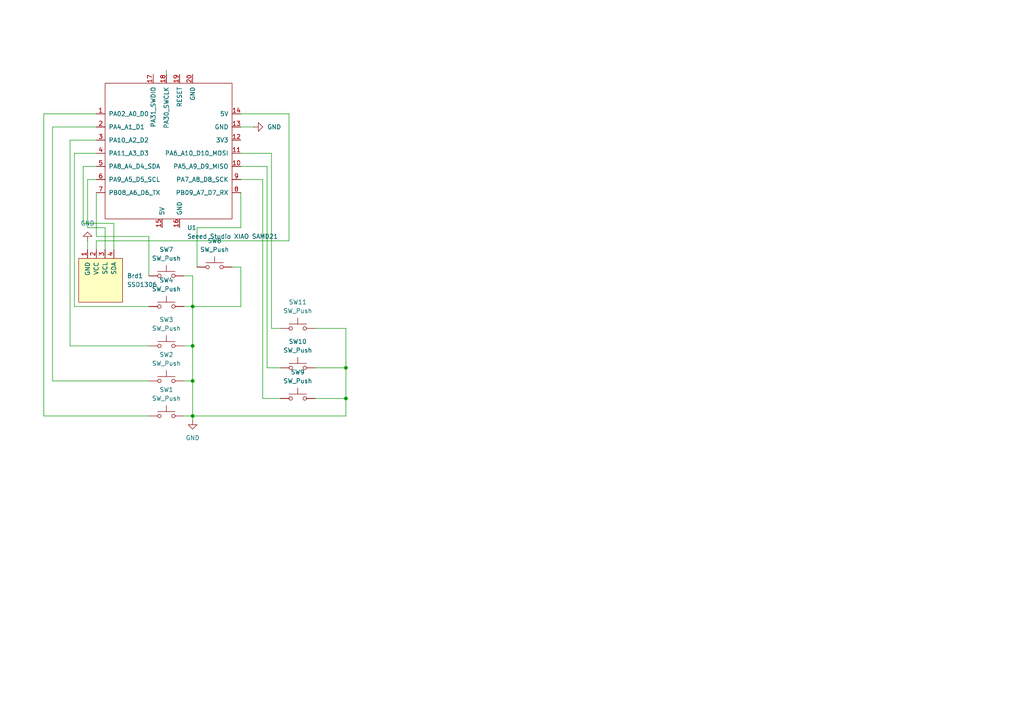
<source format=kicad_sch>
(kicad_sch
	(version 20231120)
	(generator "eeschema")
	(generator_version "8.0")
	(uuid "25958949-6f61-4612-bb5e-76b02f1049ef")
	(paper "A4")
	(lib_symbols
		(symbol "SSD1306-128x64_OLED:SSD1306"
			(pin_names
				(offset 1.016)
			)
			(exclude_from_sim no)
			(in_bom yes)
			(on_board yes)
			(property "Reference" "Brd"
				(at 0 -3.81 0)
				(effects
					(font
						(size 1.27 1.27)
					)
				)
			)
			(property "Value" "SSD1306"
				(at 0 -1.27 0)
				(effects
					(font
						(size 1.27 1.27)
					)
				)
			)
			(property "Footprint" ""
				(at 0 6.35 0)
				(effects
					(font
						(size 1.27 1.27)
					)
					(hide yes)
				)
			)
			(property "Datasheet" ""
				(at 0 6.35 0)
				(effects
					(font
						(size 1.27 1.27)
					)
					(hide yes)
				)
			)
			(property "Description" "SSD1306 OLED"
				(at 0 0 0)
				(effects
					(font
						(size 1.27 1.27)
					)
					(hide yes)
				)
			)
			(property "ki_keywords" "SSD1306"
				(at 0 0 0)
				(effects
					(font
						(size 1.27 1.27)
					)
					(hide yes)
				)
			)
			(property "ki_fp_filters" "SSD1306-128x64_OLED:SSD1306"
				(at 0 0 0)
				(effects
					(font
						(size 1.27 1.27)
					)
					(hide yes)
				)
			)
			(symbol "SSD1306_0_1"
				(rectangle
					(start -6.35 6.35)
					(end 6.35 -6.35)
					(stroke
						(width 0)
						(type solid)
					)
					(fill
						(type background)
					)
				)
			)
			(symbol "SSD1306_1_1"
				(pin input line
					(at -3.81 8.89 270)
					(length 2.54)
					(name "GND"
						(effects
							(font
								(size 1.27 1.27)
							)
						)
					)
					(number "1"
						(effects
							(font
								(size 1.27 1.27)
							)
						)
					)
				)
				(pin input line
					(at -1.27 8.89 270)
					(length 2.54)
					(name "VCC"
						(effects
							(font
								(size 1.27 1.27)
							)
						)
					)
					(number "2"
						(effects
							(font
								(size 1.27 1.27)
							)
						)
					)
				)
				(pin input line
					(at 1.27 8.89 270)
					(length 2.54)
					(name "SCL"
						(effects
							(font
								(size 1.27 1.27)
							)
						)
					)
					(number "3"
						(effects
							(font
								(size 1.27 1.27)
							)
						)
					)
				)
				(pin input line
					(at 3.81 8.89 270)
					(length 2.54)
					(name "SDA"
						(effects
							(font
								(size 1.27 1.27)
							)
						)
					)
					(number "4"
						(effects
							(font
								(size 1.27 1.27)
							)
						)
					)
				)
			)
		)
		(symbol "Seeed_Studio_XIAO_Series:Seeed Studio XIAO SAMD21"
			(pin_names
				(offset 1.016)
			)
			(exclude_from_sim no)
			(in_bom yes)
			(on_board yes)
			(property "Reference" "U"
				(at -19.05 22.86 0)
				(effects
					(font
						(size 1.27 1.27)
					)
				)
			)
			(property "Value" "Seeed Studio XIAO SAMD21"
				(at -12.7 21.59 0)
				(effects
					(font
						(size 1.27 1.27)
					)
				)
			)
			(property "Footprint" ""
				(at -8.89 5.08 0)
				(effects
					(font
						(size 1.27 1.27)
					)
					(hide yes)
				)
			)
			(property "Datasheet" ""
				(at -8.89 5.08 0)
				(effects
					(font
						(size 1.27 1.27)
					)
					(hide yes)
				)
			)
			(property "Description" ""
				(at 0 0 0)
				(effects
					(font
						(size 1.27 1.27)
					)
					(hide yes)
				)
			)
			(symbol "Seeed Studio XIAO SAMD21_0_1"
				(rectangle
					(start -19.05 20.32)
					(end 17.78 -19.05)
					(stroke
						(width 0)
						(type default)
					)
					(fill
						(type none)
					)
				)
			)
			(symbol "Seeed Studio XIAO SAMD21_1_1"
				(pin unspecified line
					(at -21.59 11.43 0)
					(length 2.54)
					(name "PA02_A0_D0"
						(effects
							(font
								(size 1.27 1.27)
							)
						)
					)
					(number "1"
						(effects
							(font
								(size 1.27 1.27)
							)
						)
					)
				)
				(pin unspecified line
					(at 20.32 -3.81 180)
					(length 2.54)
					(name "PA5_A9_D9_MISO"
						(effects
							(font
								(size 1.27 1.27)
							)
						)
					)
					(number "10"
						(effects
							(font
								(size 1.27 1.27)
							)
						)
					)
				)
				(pin unspecified line
					(at 20.32 0 180)
					(length 2.54)
					(name "PA6_A10_D10_MOSI"
						(effects
							(font
								(size 1.27 1.27)
							)
						)
					)
					(number "11"
						(effects
							(font
								(size 1.27 1.27)
							)
						)
					)
				)
				(pin unspecified line
					(at 20.32 3.81 180)
					(length 2.54)
					(name "3V3"
						(effects
							(font
								(size 1.27 1.27)
							)
						)
					)
					(number "12"
						(effects
							(font
								(size 1.27 1.27)
							)
						)
					)
				)
				(pin unspecified line
					(at 20.32 7.62 180)
					(length 2.54)
					(name "GND"
						(effects
							(font
								(size 1.27 1.27)
							)
						)
					)
					(number "13"
						(effects
							(font
								(size 1.27 1.27)
							)
						)
					)
				)
				(pin unspecified line
					(at 20.32 11.43 180)
					(length 2.54)
					(name "5V"
						(effects
							(font
								(size 1.27 1.27)
							)
						)
					)
					(number "14"
						(effects
							(font
								(size 1.27 1.27)
							)
						)
					)
				)
				(pin input line
					(at -2.54 -21.59 90)
					(length 2.54)
					(name "5V"
						(effects
							(font
								(size 1.27 1.27)
							)
						)
					)
					(number "15"
						(effects
							(font
								(size 1.27 1.27)
							)
						)
					)
				)
				(pin input line
					(at 2.54 -21.59 90)
					(length 2.54)
					(name "GND"
						(effects
							(font
								(size 1.27 1.27)
							)
						)
					)
					(number "16"
						(effects
							(font
								(size 1.27 1.27)
							)
						)
					)
				)
				(pin input line
					(at -5.08 22.86 270)
					(length 2.54)
					(name "PA31_SWDIO"
						(effects
							(font
								(size 1.27 1.27)
							)
						)
					)
					(number "17"
						(effects
							(font
								(size 1.27 1.27)
							)
						)
					)
				)
				(pin input line
					(at -1.27 22.86 270)
					(length 2.54)
					(name "PA30_SWCLK"
						(effects
							(font
								(size 1.27 1.27)
							)
						)
					)
					(number "18"
						(effects
							(font
								(size 1.27 1.27)
							)
						)
					)
				)
				(pin input line
					(at 2.54 22.86 270)
					(length 2.54)
					(name "RESET"
						(effects
							(font
								(size 1.27 1.27)
							)
						)
					)
					(number "19"
						(effects
							(font
								(size 1.27 1.27)
							)
						)
					)
				)
				(pin unspecified line
					(at -21.59 7.62 0)
					(length 2.54)
					(name "PA4_A1_D1"
						(effects
							(font
								(size 1.27 1.27)
							)
						)
					)
					(number "2"
						(effects
							(font
								(size 1.27 1.27)
							)
						)
					)
				)
				(pin input line
					(at 6.35 22.86 270)
					(length 2.54)
					(name "GND"
						(effects
							(font
								(size 1.27 1.27)
							)
						)
					)
					(number "20"
						(effects
							(font
								(size 1.27 1.27)
							)
						)
					)
				)
				(pin unspecified line
					(at -21.59 3.81 0)
					(length 2.54)
					(name "PA10_A2_D2"
						(effects
							(font
								(size 1.27 1.27)
							)
						)
					)
					(number "3"
						(effects
							(font
								(size 1.27 1.27)
							)
						)
					)
				)
				(pin unspecified line
					(at -21.59 0 0)
					(length 2.54)
					(name "PA11_A3_D3"
						(effects
							(font
								(size 1.27 1.27)
							)
						)
					)
					(number "4"
						(effects
							(font
								(size 1.27 1.27)
							)
						)
					)
				)
				(pin unspecified line
					(at -21.59 -3.81 0)
					(length 2.54)
					(name "PA8_A4_D4_SDA"
						(effects
							(font
								(size 1.27 1.27)
							)
						)
					)
					(number "5"
						(effects
							(font
								(size 1.27 1.27)
							)
						)
					)
				)
				(pin unspecified line
					(at -21.59 -7.62 0)
					(length 2.54)
					(name "PA9_A5_D5_SCL"
						(effects
							(font
								(size 1.27 1.27)
							)
						)
					)
					(number "6"
						(effects
							(font
								(size 1.27 1.27)
							)
						)
					)
				)
				(pin unspecified line
					(at -21.59 -11.43 0)
					(length 2.54)
					(name "PB08_A6_D6_TX"
						(effects
							(font
								(size 1.27 1.27)
							)
						)
					)
					(number "7"
						(effects
							(font
								(size 1.27 1.27)
							)
						)
					)
				)
				(pin unspecified line
					(at 20.32 -11.43 180)
					(length 2.54)
					(name "PB09_A7_D7_RX"
						(effects
							(font
								(size 1.27 1.27)
							)
						)
					)
					(number "8"
						(effects
							(font
								(size 1.27 1.27)
							)
						)
					)
				)
				(pin unspecified line
					(at 20.32 -7.62 180)
					(length 2.54)
					(name "PA7_A8_D8_SCK"
						(effects
							(font
								(size 1.27 1.27)
							)
						)
					)
					(number "9"
						(effects
							(font
								(size 1.27 1.27)
							)
						)
					)
				)
			)
		)
		(symbol "Switch:SW_Push"
			(pin_numbers hide)
			(pin_names
				(offset 1.016) hide)
			(exclude_from_sim no)
			(in_bom yes)
			(on_board yes)
			(property "Reference" "SW"
				(at 1.27 2.54 0)
				(effects
					(font
						(size 1.27 1.27)
					)
					(justify left)
				)
			)
			(property "Value" "SW_Push"
				(at 0 -1.524 0)
				(effects
					(font
						(size 1.27 1.27)
					)
				)
			)
			(property "Footprint" ""
				(at 0 5.08 0)
				(effects
					(font
						(size 1.27 1.27)
					)
					(hide yes)
				)
			)
			(property "Datasheet" "~"
				(at 0 5.08 0)
				(effects
					(font
						(size 1.27 1.27)
					)
					(hide yes)
				)
			)
			(property "Description" "Push button switch, generic, two pins"
				(at 0 0 0)
				(effects
					(font
						(size 1.27 1.27)
					)
					(hide yes)
				)
			)
			(property "ki_keywords" "switch normally-open pushbutton push-button"
				(at 0 0 0)
				(effects
					(font
						(size 1.27 1.27)
					)
					(hide yes)
				)
			)
			(symbol "SW_Push_0_1"
				(circle
					(center -2.032 0)
					(radius 0.508)
					(stroke
						(width 0)
						(type default)
					)
					(fill
						(type none)
					)
				)
				(polyline
					(pts
						(xy 0 1.27) (xy 0 3.048)
					)
					(stroke
						(width 0)
						(type default)
					)
					(fill
						(type none)
					)
				)
				(polyline
					(pts
						(xy 2.54 1.27) (xy -2.54 1.27)
					)
					(stroke
						(width 0)
						(type default)
					)
					(fill
						(type none)
					)
				)
				(circle
					(center 2.032 0)
					(radius 0.508)
					(stroke
						(width 0)
						(type default)
					)
					(fill
						(type none)
					)
				)
				(pin passive line
					(at -5.08 0 0)
					(length 2.54)
					(name "1"
						(effects
							(font
								(size 1.27 1.27)
							)
						)
					)
					(number "1"
						(effects
							(font
								(size 1.27 1.27)
							)
						)
					)
				)
				(pin passive line
					(at 5.08 0 180)
					(length 2.54)
					(name "2"
						(effects
							(font
								(size 1.27 1.27)
							)
						)
					)
					(number "2"
						(effects
							(font
								(size 1.27 1.27)
							)
						)
					)
				)
			)
		)
		(symbol "power:GND"
			(power)
			(pin_numbers hide)
			(pin_names
				(offset 0) hide)
			(exclude_from_sim no)
			(in_bom yes)
			(on_board yes)
			(property "Reference" "#PWR"
				(at 0 -6.35 0)
				(effects
					(font
						(size 1.27 1.27)
					)
					(hide yes)
				)
			)
			(property "Value" "GND"
				(at 0 -3.81 0)
				(effects
					(font
						(size 1.27 1.27)
					)
				)
			)
			(property "Footprint" ""
				(at 0 0 0)
				(effects
					(font
						(size 1.27 1.27)
					)
					(hide yes)
				)
			)
			(property "Datasheet" ""
				(at 0 0 0)
				(effects
					(font
						(size 1.27 1.27)
					)
					(hide yes)
				)
			)
			(property "Description" "Power symbol creates a global label with name \"GND\" , ground"
				(at 0 0 0)
				(effects
					(font
						(size 1.27 1.27)
					)
					(hide yes)
				)
			)
			(property "ki_keywords" "global power"
				(at 0 0 0)
				(effects
					(font
						(size 1.27 1.27)
					)
					(hide yes)
				)
			)
			(symbol "GND_0_1"
				(polyline
					(pts
						(xy 0 0) (xy 0 -1.27) (xy 1.27 -1.27) (xy 0 -2.54) (xy -1.27 -1.27) (xy 0 -1.27)
					)
					(stroke
						(width 0)
						(type default)
					)
					(fill
						(type none)
					)
				)
			)
			(symbol "GND_1_1"
				(pin power_in line
					(at 0 0 270)
					(length 0)
					(name "~"
						(effects
							(font
								(size 1.27 1.27)
							)
						)
					)
					(number "1"
						(effects
							(font
								(size 1.27 1.27)
							)
						)
					)
				)
			)
		)
	)
	(junction
		(at 100.33 115.57)
		(diameter 0)
		(color 0 0 0 0)
		(uuid "09f7207e-3193-4992-bc15-67fd5589b93d")
	)
	(junction
		(at 55.88 110.49)
		(diameter 0)
		(color 0 0 0 0)
		(uuid "48f716c0-e06c-43bc-bcc1-194828e56b4f")
	)
	(junction
		(at 55.88 88.9)
		(diameter 0)
		(color 0 0 0 0)
		(uuid "4f110532-3154-4adb-a2ed-4badba44270b")
	)
	(junction
		(at 55.88 120.65)
		(diameter 0)
		(color 0 0 0 0)
		(uuid "7fd7cac7-b9f0-4d51-8723-28a5316fba2e")
	)
	(junction
		(at 100.33 106.68)
		(diameter 0)
		(color 0 0 0 0)
		(uuid "81977781-3786-4261-84d1-f67be52c7217")
	)
	(junction
		(at 55.88 100.33)
		(diameter 0)
		(color 0 0 0 0)
		(uuid "ddb1afe6-d342-436a-aa3f-5665e5c4a826")
	)
	(wire
		(pts
			(xy 69.85 66.04) (xy 69.85 55.88)
		)
		(stroke
			(width 0)
			(type default)
		)
		(uuid "014682df-3e3d-42e5-8f59-5a171019ed94")
	)
	(wire
		(pts
			(xy 55.88 110.49) (xy 55.88 120.65)
		)
		(stroke
			(width 0)
			(type default)
		)
		(uuid "03fa91bf-cdb9-4873-a0f7-e943ab7fbf8e")
	)
	(wire
		(pts
			(xy 27.94 68.58) (xy 27.94 55.88)
		)
		(stroke
			(width 0)
			(type default)
		)
		(uuid "09d2675c-5348-4378-8af5-ea3147d9820d")
	)
	(wire
		(pts
			(xy 43.18 100.33) (xy 20.32 100.33)
		)
		(stroke
			(width 0)
			(type default)
		)
		(uuid "0f36bb1b-589b-4796-aacf-334396339320")
	)
	(wire
		(pts
			(xy 77.47 106.68) (xy 77.47 48.26)
		)
		(stroke
			(width 0)
			(type default)
		)
		(uuid "10bf3995-f50d-47cf-ba04-662846c26862")
	)
	(wire
		(pts
			(xy 55.88 80.01) (xy 55.88 88.9)
		)
		(stroke
			(width 0)
			(type default)
		)
		(uuid "12e78413-182f-4880-8aa2-abd4cd4fedd9")
	)
	(wire
		(pts
			(xy 81.28 115.57) (xy 76.2 115.57)
		)
		(stroke
			(width 0)
			(type default)
		)
		(uuid "1aaabad1-0f1f-4539-9ecf-580d7d9a6f32")
	)
	(wire
		(pts
			(xy 83.82 69.85) (xy 83.82 33.02)
		)
		(stroke
			(width 0)
			(type default)
		)
		(uuid "1b6f5850-a5ca-43d7-8f1f-0e6d47011b97")
	)
	(wire
		(pts
			(xy 77.47 48.26) (xy 69.85 48.26)
		)
		(stroke
			(width 0)
			(type default)
		)
		(uuid "22c1c5e8-f21a-465a-95d9-651396581915")
	)
	(wire
		(pts
			(xy 53.34 88.9) (xy 55.88 88.9)
		)
		(stroke
			(width 0)
			(type default)
		)
		(uuid "24f7b106-8fa7-4110-b7d5-13fa25bcee8f")
	)
	(wire
		(pts
			(xy 43.18 80.01) (xy 43.18 68.58)
		)
		(stroke
			(width 0)
			(type default)
		)
		(uuid "269f6936-d7f1-4632-8dcb-f073363f441c")
	)
	(wire
		(pts
			(xy 43.18 120.65) (xy 12.7 120.65)
		)
		(stroke
			(width 0)
			(type default)
		)
		(uuid "313c27e5-149f-4953-9258-614dc8c82faf")
	)
	(wire
		(pts
			(xy 33.02 64.77) (xy 24.13 64.77)
		)
		(stroke
			(width 0)
			(type default)
		)
		(uuid "37ba3f67-d252-418c-b26a-72bf6e1f1296")
	)
	(wire
		(pts
			(xy 81.28 106.68) (xy 77.47 106.68)
		)
		(stroke
			(width 0)
			(type default)
		)
		(uuid "38820b58-d17c-4124-9386-dc91ea2b1961")
	)
	(wire
		(pts
			(xy 27.94 69.85) (xy 83.82 69.85)
		)
		(stroke
			(width 0)
			(type default)
		)
		(uuid "44be81cb-2fa9-4177-8288-cdd3eb278051")
	)
	(wire
		(pts
			(xy 55.88 88.9) (xy 55.88 100.33)
		)
		(stroke
			(width 0)
			(type default)
		)
		(uuid "488b6a5b-9c30-4cb5-98ca-5e3ca4da747d")
	)
	(wire
		(pts
			(xy 33.02 72.39) (xy 33.02 64.77)
		)
		(stroke
			(width 0)
			(type default)
		)
		(uuid "50c88c81-8316-4497-90b3-01df8bc1b14c")
	)
	(wire
		(pts
			(xy 57.15 77.47) (xy 57.15 66.04)
		)
		(stroke
			(width 0)
			(type default)
		)
		(uuid "5bb24f2f-0b03-414f-974c-762ae4774c61")
	)
	(wire
		(pts
			(xy 67.31 77.47) (xy 69.85 77.47)
		)
		(stroke
			(width 0)
			(type default)
		)
		(uuid "5f1a9178-539b-49fa-8e92-462ca15ffbbe")
	)
	(wire
		(pts
			(xy 21.59 88.9) (xy 21.59 44.45)
		)
		(stroke
			(width 0)
			(type default)
		)
		(uuid "6182ae93-b4ba-4d16-bfb1-8906640be074")
	)
	(wire
		(pts
			(xy 100.33 95.25) (xy 100.33 106.68)
		)
		(stroke
			(width 0)
			(type default)
		)
		(uuid "641bc1b3-40d5-4827-a9dd-146a435dc9dd")
	)
	(wire
		(pts
			(xy 53.34 120.65) (xy 55.88 120.65)
		)
		(stroke
			(width 0)
			(type default)
		)
		(uuid "645e469c-13d2-47a8-9d0c-906a78a0860b")
	)
	(wire
		(pts
			(xy 91.44 95.25) (xy 100.33 95.25)
		)
		(stroke
			(width 0)
			(type default)
		)
		(uuid "6a08dc2c-50a6-4c00-a753-608b63199434")
	)
	(wire
		(pts
			(xy 91.44 115.57) (xy 100.33 115.57)
		)
		(stroke
			(width 0)
			(type default)
		)
		(uuid "6a5eaffb-f8c2-4685-9bde-e0e108327253")
	)
	(wire
		(pts
			(xy 100.33 115.57) (xy 100.33 120.65)
		)
		(stroke
			(width 0)
			(type default)
		)
		(uuid "6ad4e046-756f-44e3-86a3-158cc4045f5d")
	)
	(wire
		(pts
			(xy 12.7 33.02) (xy 27.94 33.02)
		)
		(stroke
			(width 0)
			(type default)
		)
		(uuid "6b3200d3-bb65-42a3-997f-5cf04773c996")
	)
	(wire
		(pts
			(xy 27.94 72.39) (xy 27.94 69.85)
		)
		(stroke
			(width 0)
			(type default)
		)
		(uuid "6d23ee64-51e0-4747-aff2-d01c5c229aea")
	)
	(wire
		(pts
			(xy 48.26 20.32) (xy 48.26 21.59)
		)
		(stroke
			(width 0)
			(type default)
		)
		(uuid "6dc9f196-de24-447a-8792-5b3e37bd3581")
	)
	(wire
		(pts
			(xy 30.48 72.39) (xy 30.48 66.04)
		)
		(stroke
			(width 0)
			(type default)
		)
		(uuid "6ef0ebb1-44e1-4345-aceb-3acb3ad5c7bb")
	)
	(wire
		(pts
			(xy 25.4 66.04) (xy 25.4 52.07)
		)
		(stroke
			(width 0)
			(type default)
		)
		(uuid "700bb8b2-d85b-4451-8e61-10f0a092d08a")
	)
	(wire
		(pts
			(xy 25.4 52.07) (xy 27.94 52.07)
		)
		(stroke
			(width 0)
			(type default)
		)
		(uuid "71873c11-6876-49d9-a300-38494d4be3f1")
	)
	(wire
		(pts
			(xy 43.18 68.58) (xy 27.94 68.58)
		)
		(stroke
			(width 0)
			(type default)
		)
		(uuid "7c373e75-ea6e-4bbd-b4b2-c8ebdd2de893")
	)
	(wire
		(pts
			(xy 43.18 110.49) (xy 15.24 110.49)
		)
		(stroke
			(width 0)
			(type default)
		)
		(uuid "7c9a87b0-07d9-424b-a894-5cbd3051b6a3")
	)
	(wire
		(pts
			(xy 24.13 64.77) (xy 24.13 48.26)
		)
		(stroke
			(width 0)
			(type default)
		)
		(uuid "7ce2547c-0612-408c-b71d-2eace1d80b36")
	)
	(wire
		(pts
			(xy 100.33 120.65) (xy 55.88 120.65)
		)
		(stroke
			(width 0)
			(type default)
		)
		(uuid "88b28c45-604f-4269-b39d-44f8596e67b9")
	)
	(wire
		(pts
			(xy 69.85 52.07) (xy 76.2 52.07)
		)
		(stroke
			(width 0)
			(type default)
		)
		(uuid "8d66071b-dd4b-4785-accb-5aff8508dba8")
	)
	(wire
		(pts
			(xy 55.88 100.33) (xy 55.88 110.49)
		)
		(stroke
			(width 0)
			(type default)
		)
		(uuid "90636c27-f62d-4902-b321-46ca08cb71ed")
	)
	(wire
		(pts
			(xy 55.88 120.65) (xy 55.88 121.92)
		)
		(stroke
			(width 0)
			(type default)
		)
		(uuid "9519df75-e892-4479-96fb-89d66e7fcda9")
	)
	(wire
		(pts
			(xy 69.85 36.83) (xy 73.66 36.83)
		)
		(stroke
			(width 0)
			(type default)
		)
		(uuid "95b7c9d7-84b1-433a-9bb7-0efd48bcab2c")
	)
	(wire
		(pts
			(xy 69.85 77.47) (xy 69.85 88.9)
		)
		(stroke
			(width 0)
			(type default)
		)
		(uuid "989726b8-08a5-43f3-9a1b-8c5179955f33")
	)
	(wire
		(pts
			(xy 25.4 69.85) (xy 25.4 72.39)
		)
		(stroke
			(width 0)
			(type default)
		)
		(uuid "9fd64425-8cef-4ba1-948a-a21dd1914d92")
	)
	(wire
		(pts
			(xy 81.28 95.25) (xy 78.74 95.25)
		)
		(stroke
			(width 0)
			(type default)
		)
		(uuid "a2068f0d-dbf2-4021-a695-5e5afdda95b6")
	)
	(wire
		(pts
			(xy 43.18 88.9) (xy 21.59 88.9)
		)
		(stroke
			(width 0)
			(type default)
		)
		(uuid "a69f79a7-2707-4b45-b7ae-3486a2170466")
	)
	(wire
		(pts
			(xy 83.82 33.02) (xy 69.85 33.02)
		)
		(stroke
			(width 0)
			(type default)
		)
		(uuid "a70162e2-2e73-424b-a5f3-eb9bc18022f7")
	)
	(wire
		(pts
			(xy 30.48 66.04) (xy 25.4 66.04)
		)
		(stroke
			(width 0)
			(type default)
		)
		(uuid "b3d9c774-88f5-4632-bc6e-1bcc5d4e0ce9")
	)
	(wire
		(pts
			(xy 76.2 115.57) (xy 76.2 52.07)
		)
		(stroke
			(width 0)
			(type default)
		)
		(uuid "bf0d0f96-12f4-432b-b03d-c54f3be1303a")
	)
	(wire
		(pts
			(xy 24.13 48.26) (xy 27.94 48.26)
		)
		(stroke
			(width 0)
			(type default)
		)
		(uuid "bf717622-9692-44eb-ba63-c3d73ce0fe9f")
	)
	(wire
		(pts
			(xy 21.59 44.45) (xy 27.94 44.45)
		)
		(stroke
			(width 0)
			(type default)
		)
		(uuid "bf95f973-c332-4bc6-9fa3-c324ec248f20")
	)
	(wire
		(pts
			(xy 91.44 106.68) (xy 100.33 106.68)
		)
		(stroke
			(width 0)
			(type default)
		)
		(uuid "c4a7bb38-e88d-4a6b-9a8e-442349ade24e")
	)
	(wire
		(pts
			(xy 12.7 120.65) (xy 12.7 33.02)
		)
		(stroke
			(width 0)
			(type default)
		)
		(uuid "cf7878ae-7992-447c-a89e-e1165fefca36")
	)
	(wire
		(pts
			(xy 53.34 80.01) (xy 55.88 80.01)
		)
		(stroke
			(width 0)
			(type default)
		)
		(uuid "d41849ae-cb36-4b3b-9023-c272e899f76a")
	)
	(wire
		(pts
			(xy 69.85 88.9) (xy 55.88 88.9)
		)
		(stroke
			(width 0)
			(type default)
		)
		(uuid "d57de36d-47f3-4eae-b0b1-62b060ce4890")
	)
	(wire
		(pts
			(xy 20.32 40.64) (xy 27.94 40.64)
		)
		(stroke
			(width 0)
			(type default)
		)
		(uuid "d9b71703-26d4-4158-92fc-675900c77deb")
	)
	(wire
		(pts
			(xy 53.34 100.33) (xy 55.88 100.33)
		)
		(stroke
			(width 0)
			(type default)
		)
		(uuid "da3f1cb1-e767-4158-b52b-f306785d4fe5")
	)
	(wire
		(pts
			(xy 15.24 110.49) (xy 15.24 36.83)
		)
		(stroke
			(width 0)
			(type default)
		)
		(uuid "dd55cb74-50e4-4aff-8100-022cd8c33f99")
	)
	(wire
		(pts
			(xy 78.74 95.25) (xy 78.74 44.45)
		)
		(stroke
			(width 0)
			(type default)
		)
		(uuid "e5a199fe-9376-4ddd-93bb-6baa2c33175e")
	)
	(wire
		(pts
			(xy 57.15 66.04) (xy 69.85 66.04)
		)
		(stroke
			(width 0)
			(type default)
		)
		(uuid "e8331159-6ef0-41d4-afee-57baf05fe414")
	)
	(wire
		(pts
			(xy 53.34 110.49) (xy 55.88 110.49)
		)
		(stroke
			(width 0)
			(type default)
		)
		(uuid "e9df1c92-df3b-4238-81fd-476bfb57ef24")
	)
	(wire
		(pts
			(xy 78.74 44.45) (xy 69.85 44.45)
		)
		(stroke
			(width 0)
			(type default)
		)
		(uuid "ef004a5a-7006-4a8f-814f-319a4abaacdf")
	)
	(wire
		(pts
			(xy 20.32 100.33) (xy 20.32 40.64)
		)
		(stroke
			(width 0)
			(type default)
		)
		(uuid "f455b931-c1bb-43ec-80fd-0d0ea5c4a692")
	)
	(wire
		(pts
			(xy 15.24 36.83) (xy 27.94 36.83)
		)
		(stroke
			(width 0)
			(type default)
		)
		(uuid "f8066cdd-13f7-414f-809b-d158d296503c")
	)
	(wire
		(pts
			(xy 100.33 106.68) (xy 100.33 115.57)
		)
		(stroke
			(width 0)
			(type default)
		)
		(uuid "fe2e615b-6cf0-40a6-a9cd-aa7a88cf7909")
	)
	(symbol
		(lib_id "Switch:SW_Push")
		(at 86.36 106.68 0)
		(unit 1)
		(exclude_from_sim no)
		(in_bom yes)
		(on_board yes)
		(dnp no)
		(fields_autoplaced yes)
		(uuid "0bcc5db7-8bdc-4cff-b016-3ad2bd76c0c2")
		(property "Reference" "SW10"
			(at 86.36 99.06 0)
			(effects
				(font
					(size 1.27 1.27)
				)
			)
		)
		(property "Value" "SW_Push"
			(at 86.36 101.6 0)
			(effects
				(font
					(size 1.27 1.27)
				)
			)
		)
		(property "Footprint" "Button_Switch_Keyboard:SW_Cherry_MX_1.00u_PCB"
			(at 86.36 101.6 0)
			(effects
				(font
					(size 1.27 1.27)
				)
				(hide yes)
			)
		)
		(property "Datasheet" "~"
			(at 86.36 101.6 0)
			(effects
				(font
					(size 1.27 1.27)
				)
				(hide yes)
			)
		)
		(property "Description" "Push button switch, generic, two pins"
			(at 86.36 106.68 0)
			(effects
				(font
					(size 1.27 1.27)
				)
				(hide yes)
			)
		)
		(pin "1"
			(uuid "5b3c8e79-0859-439b-a56f-66463d41f87e")
		)
		(pin "2"
			(uuid "0112656b-5044-4ac4-bb42-7842e903f760")
		)
		(instances
			(project ""
				(path "/25958949-6f61-4612-bb5e-76b02f1049ef"
					(reference "SW10")
					(unit 1)
				)
			)
		)
	)
	(symbol
		(lib_id "Switch:SW_Push")
		(at 48.26 110.49 0)
		(unit 1)
		(exclude_from_sim no)
		(in_bom yes)
		(on_board yes)
		(dnp no)
		(fields_autoplaced yes)
		(uuid "11ac00a3-216f-4b4c-a104-a632853eb136")
		(property "Reference" "SW2"
			(at 48.26 102.87 0)
			(effects
				(font
					(size 1.27 1.27)
				)
			)
		)
		(property "Value" "SW_Push"
			(at 48.26 105.41 0)
			(effects
				(font
					(size 1.27 1.27)
				)
			)
		)
		(property "Footprint" "Button_Switch_Keyboard:SW_Cherry_MX_1.00u_PCB"
			(at 48.26 105.41 0)
			(effects
				(font
					(size 1.27 1.27)
				)
				(hide yes)
			)
		)
		(property "Datasheet" "~"
			(at 48.26 105.41 0)
			(effects
				(font
					(size 1.27 1.27)
				)
				(hide yes)
			)
		)
		(property "Description" "Push button switch, generic, two pins"
			(at 48.26 110.49 0)
			(effects
				(font
					(size 1.27 1.27)
				)
				(hide yes)
			)
		)
		(pin "1"
			(uuid "5b3c8e79-0859-439b-a56f-66463d41f87f")
		)
		(pin "2"
			(uuid "0112656b-5044-4ac4-bb42-7842e903f761")
		)
		(instances
			(project ""
				(path "/25958949-6f61-4612-bb5e-76b02f1049ef"
					(reference "SW2")
					(unit 1)
				)
			)
		)
	)
	(symbol
		(lib_id "Seeed_Studio_XIAO_Series:Seeed Studio XIAO SAMD21")
		(at 49.53 44.45 0)
		(unit 1)
		(exclude_from_sim no)
		(in_bom yes)
		(on_board yes)
		(dnp no)
		(fields_autoplaced yes)
		(uuid "1b0459dd-c472-4856-96d5-dbad61e2e680")
		(property "Reference" "U1"
			(at 54.2641 66.04 0)
			(effects
				(font
					(size 1.27 1.27)
				)
				(justify left)
			)
		)
		(property "Value" "Seeed Studio XIAO SAMD21"
			(at 54.2641 68.58 0)
			(effects
				(font
					(size 1.27 1.27)
				)
				(justify left)
			)
		)
		(property "Footprint" "Seeed Studio XIAO Series Library:XIAO-Generic-Thruhole-14P-2.54-21X17.8MM"
			(at 40.64 39.37 0)
			(effects
				(font
					(size 1.27 1.27)
				)
				(hide yes)
			)
		)
		(property "Datasheet" ""
			(at 40.64 39.37 0)
			(effects
				(font
					(size 1.27 1.27)
				)
				(hide yes)
			)
		)
		(property "Description" ""
			(at 49.53 44.45 0)
			(effects
				(font
					(size 1.27 1.27)
				)
				(hide yes)
			)
		)
		(pin "9"
			(uuid "175a4cb6-6e79-4299-a465-0032b36c3b05")
		)
		(pin "2"
			(uuid "acbdb009-2975-48bc-94b2-8e7b1b4e26fd")
		)
		(pin "5"
			(uuid "b7c6ebf6-d3cc-43d0-9a16-f4e8b514a4ed")
		)
		(pin "20"
			(uuid "f6c25dd4-6e17-48cb-aecc-a7429fe1b2e1")
		)
		(pin "19"
			(uuid "03373f64-52e3-4b47-980e-44110ff33abe")
		)
		(pin "8"
			(uuid "c0137bb4-a6fb-49fe-b1c3-0bca61cc67d4")
		)
		(pin "4"
			(uuid "b406f257-0d69-42f0-a086-b5c05e35d0f7")
		)
		(pin "6"
			(uuid "25aa9bf0-76a7-4124-8042-509b156e3bf7")
		)
		(pin "7"
			(uuid "9843f187-9d9c-4c6e-a26e-89f3580a6292")
		)
		(pin "3"
			(uuid "71e8ce8c-a18e-4674-9fa1-69342b4237fa")
		)
		(pin "13"
			(uuid "626295df-1774-41a8-9705-fd9fc64fb1f8")
		)
		(pin "18"
			(uuid "7cb9796c-dd50-42de-ae40-b074f97174f7")
		)
		(pin "10"
			(uuid "d22b2159-c717-4fb8-8214-1f0cfcf2a950")
		)
		(pin "11"
			(uuid "49dac176-4e4c-418d-a5d4-c4623773fbec")
		)
		(pin "15"
			(uuid "60c77a63-f970-43e7-be3e-b1f6bbd43d30")
		)
		(pin "14"
			(uuid "17c535a9-5143-40b8-b3af-0d374d66785c")
		)
		(pin "1"
			(uuid "ecbc56e1-8cc1-4c09-a05c-2ed40172cf0d")
		)
		(pin "16"
			(uuid "824d7b43-9fb7-4952-be55-7c451d0c65f2")
		)
		(pin "12"
			(uuid "75093900-4766-4382-8a90-92cde68919a6")
		)
		(pin "17"
			(uuid "0015d8f6-c40b-43b0-aa95-2d9fd9bc33d4")
		)
		(instances
			(project ""
				(path "/25958949-6f61-4612-bb5e-76b02f1049ef"
					(reference "U1")
					(unit 1)
				)
			)
		)
	)
	(symbol
		(lib_id "Switch:SW_Push")
		(at 48.26 120.65 0)
		(unit 1)
		(exclude_from_sim no)
		(in_bom yes)
		(on_board yes)
		(dnp no)
		(fields_autoplaced yes)
		(uuid "388da69a-9251-4109-9a1a-5fb9f8a4debb")
		(property "Reference" "SW1"
			(at 48.26 113.03 0)
			(effects
				(font
					(size 1.27 1.27)
				)
			)
		)
		(property "Value" "SW_Push"
			(at 48.26 115.57 0)
			(effects
				(font
					(size 1.27 1.27)
				)
			)
		)
		(property "Footprint" "Button_Switch_Keyboard:SW_Cherry_MX_1.00u_PCB"
			(at 48.26 115.57 0)
			(effects
				(font
					(size 1.27 1.27)
				)
				(hide yes)
			)
		)
		(property "Datasheet" "~"
			(at 48.26 115.57 0)
			(effects
				(font
					(size 1.27 1.27)
				)
				(hide yes)
			)
		)
		(property "Description" "Push button switch, generic, two pins"
			(at 48.26 120.65 0)
			(effects
				(font
					(size 1.27 1.27)
				)
				(hide yes)
			)
		)
		(pin "1"
			(uuid "5b3c8e79-0859-439b-a56f-66463d41f880")
		)
		(pin "2"
			(uuid "0112656b-5044-4ac4-bb42-7842e903f762")
		)
		(instances
			(project ""
				(path "/25958949-6f61-4612-bb5e-76b02f1049ef"
					(reference "SW1")
					(unit 1)
				)
			)
		)
	)
	(symbol
		(lib_id "Switch:SW_Push")
		(at 62.23 77.47 0)
		(unit 1)
		(exclude_from_sim no)
		(in_bom yes)
		(on_board yes)
		(dnp no)
		(fields_autoplaced yes)
		(uuid "418c4595-6c88-477b-8d55-64edb16f6fb4")
		(property "Reference" "SW8"
			(at 62.23 69.85 0)
			(effects
				(font
					(size 1.27 1.27)
				)
			)
		)
		(property "Value" "SW_Push"
			(at 62.23 72.39 0)
			(effects
				(font
					(size 1.27 1.27)
				)
			)
		)
		(property "Footprint" "Button_Switch_Keyboard:SW_Cherry_MX_1.00u_PCB"
			(at 62.23 72.39 0)
			(effects
				(font
					(size 1.27 1.27)
				)
				(hide yes)
			)
		)
		(property "Datasheet" "~"
			(at 62.23 72.39 0)
			(effects
				(font
					(size 1.27 1.27)
				)
				(hide yes)
			)
		)
		(property "Description" "Push button switch, generic, two pins"
			(at 62.23 77.47 0)
			(effects
				(font
					(size 1.27 1.27)
				)
				(hide yes)
			)
		)
		(pin "1"
			(uuid "5b3c8e79-0859-439b-a56f-66463d41f881")
		)
		(pin "2"
			(uuid "0112656b-5044-4ac4-bb42-7842e903f763")
		)
		(instances
			(project ""
				(path "/25958949-6f61-4612-bb5e-76b02f1049ef"
					(reference "SW8")
					(unit 1)
				)
			)
		)
	)
	(symbol
		(lib_id "power:GND")
		(at 25.4 69.85 0)
		(mirror x)
		(unit 1)
		(exclude_from_sim no)
		(in_bom yes)
		(on_board yes)
		(dnp no)
		(fields_autoplaced yes)
		(uuid "42c12eca-8d0b-491c-b783-1fe17be6f920")
		(property "Reference" "#PWR02"
			(at 25.4 63.5 0)
			(effects
				(font
					(size 1.27 1.27)
				)
				(hide yes)
			)
		)
		(property "Value" "GND"
			(at 25.4 64.77 0)
			(effects
				(font
					(size 1.27 1.27)
				)
			)
		)
		(property "Footprint" ""
			(at 25.4 69.85 0)
			(effects
				(font
					(size 1.27 1.27)
				)
				(hide yes)
			)
		)
		(property "Datasheet" ""
			(at 25.4 69.85 0)
			(effects
				(font
					(size 1.27 1.27)
				)
				(hide yes)
			)
		)
		(property "Description" "Power symbol creates a global label with name \"GND\" , ground"
			(at 25.4 69.85 0)
			(effects
				(font
					(size 1.27 1.27)
				)
				(hide yes)
			)
		)
		(pin "1"
			(uuid "02e8c518-0a44-49f2-8927-e7f429030fbb")
		)
		(instances
			(project ""
				(path "/25958949-6f61-4612-bb5e-76b02f1049ef"
					(reference "#PWR02")
					(unit 1)
				)
			)
		)
	)
	(symbol
		(lib_id "Switch:SW_Push")
		(at 48.26 100.33 0)
		(unit 1)
		(exclude_from_sim no)
		(in_bom yes)
		(on_board yes)
		(dnp no)
		(fields_autoplaced yes)
		(uuid "488f8fa6-7d60-4ccd-af0c-365393f7d5e6")
		(property "Reference" "SW3"
			(at 48.26 92.71 0)
			(effects
				(font
					(size 1.27 1.27)
				)
			)
		)
		(property "Value" "SW_Push"
			(at 48.26 95.25 0)
			(effects
				(font
					(size 1.27 1.27)
				)
			)
		)
		(property "Footprint" "Button_Switch_Keyboard:SW_Cherry_MX_1.00u_PCB"
			(at 48.26 95.25 0)
			(effects
				(font
					(size 1.27 1.27)
				)
				(hide yes)
			)
		)
		(property "Datasheet" "~"
			(at 48.26 95.25 0)
			(effects
				(font
					(size 1.27 1.27)
				)
				(hide yes)
			)
		)
		(property "Description" "Push button switch, generic, two pins"
			(at 48.26 100.33 0)
			(effects
				(font
					(size 1.27 1.27)
				)
				(hide yes)
			)
		)
		(pin "1"
			(uuid "5b3c8e79-0859-439b-a56f-66463d41f882")
		)
		(pin "2"
			(uuid "0112656b-5044-4ac4-bb42-7842e903f764")
		)
		(instances
			(project ""
				(path "/25958949-6f61-4612-bb5e-76b02f1049ef"
					(reference "SW3")
					(unit 1)
				)
			)
		)
	)
	(symbol
		(lib_id "power:GND")
		(at 73.66 36.83 90)
		(unit 1)
		(exclude_from_sim no)
		(in_bom yes)
		(on_board yes)
		(dnp no)
		(fields_autoplaced yes)
		(uuid "6d3bcb50-9bd7-4950-a427-d0e5b5f6b842")
		(property "Reference" "#PWR03"
			(at 80.01 36.83 0)
			(effects
				(font
					(size 1.27 1.27)
				)
				(hide yes)
			)
		)
		(property "Value" "GND"
			(at 77.47 36.8299 90)
			(effects
				(font
					(size 1.27 1.27)
				)
				(justify right)
			)
		)
		(property "Footprint" ""
			(at 73.66 36.83 0)
			(effects
				(font
					(size 1.27 1.27)
				)
				(hide yes)
			)
		)
		(property "Datasheet" ""
			(at 73.66 36.83 0)
			(effects
				(font
					(size 1.27 1.27)
				)
				(hide yes)
			)
		)
		(property "Description" "Power symbol creates a global label with name \"GND\" , ground"
			(at 73.66 36.83 0)
			(effects
				(font
					(size 1.27 1.27)
				)
				(hide yes)
			)
		)
		(pin "1"
			(uuid "fe10db59-6d23-4da4-8a68-e98d31552ecf")
		)
		(instances
			(project ""
				(path "/25958949-6f61-4612-bb5e-76b02f1049ef"
					(reference "#PWR03")
					(unit 1)
				)
			)
		)
	)
	(symbol
		(lib_id "Switch:SW_Push")
		(at 86.36 95.25 0)
		(unit 1)
		(exclude_from_sim no)
		(in_bom yes)
		(on_board yes)
		(dnp no)
		(fields_autoplaced yes)
		(uuid "794a9a94-8ca2-4fd8-9934-8080ce93efe4")
		(property "Reference" "SW11"
			(at 86.36 87.63 0)
			(effects
				(font
					(size 1.27 1.27)
				)
			)
		)
		(property "Value" "SW_Push"
			(at 86.36 90.17 0)
			(effects
				(font
					(size 1.27 1.27)
				)
			)
		)
		(property "Footprint" "Button_Switch_Keyboard:SW_Cherry_MX_1.00u_PCB"
			(at 86.36 90.17 0)
			(effects
				(font
					(size 1.27 1.27)
				)
				(hide yes)
			)
		)
		(property "Datasheet" "~"
			(at 86.36 90.17 0)
			(effects
				(font
					(size 1.27 1.27)
				)
				(hide yes)
			)
		)
		(property "Description" "Push button switch, generic, two pins"
			(at 86.36 95.25 0)
			(effects
				(font
					(size 1.27 1.27)
				)
				(hide yes)
			)
		)
		(pin "1"
			(uuid "5b3c8e79-0859-439b-a56f-66463d41f883")
		)
		(pin "2"
			(uuid "0112656b-5044-4ac4-bb42-7842e903f765")
		)
		(instances
			(project ""
				(path "/25958949-6f61-4612-bb5e-76b02f1049ef"
					(reference "SW11")
					(unit 1)
				)
			)
		)
	)
	(symbol
		(lib_id "Switch:SW_Push")
		(at 48.26 80.01 0)
		(unit 1)
		(exclude_from_sim no)
		(in_bom yes)
		(on_board yes)
		(dnp no)
		(fields_autoplaced yes)
		(uuid "b8c4fe6a-8740-4510-8a2f-66bd058d281c")
		(property "Reference" "SW7"
			(at 48.26 72.39 0)
			(effects
				(font
					(size 1.27 1.27)
				)
			)
		)
		(property "Value" "SW_Push"
			(at 48.26 74.93 0)
			(effects
				(font
					(size 1.27 1.27)
				)
			)
		)
		(property "Footprint" "Button_Switch_Keyboard:SW_Cherry_MX_1.00u_PCB"
			(at 48.26 74.93 0)
			(effects
				(font
					(size 1.27 1.27)
				)
				(hide yes)
			)
		)
		(property "Datasheet" "~"
			(at 48.26 74.93 0)
			(effects
				(font
					(size 1.27 1.27)
				)
				(hide yes)
			)
		)
		(property "Description" "Push button switch, generic, two pins"
			(at 48.26 80.01 0)
			(effects
				(font
					(size 1.27 1.27)
				)
				(hide yes)
			)
		)
		(pin "1"
			(uuid "5b3c8e79-0859-439b-a56f-66463d41f884")
		)
		(pin "2"
			(uuid "0112656b-5044-4ac4-bb42-7842e903f766")
		)
		(instances
			(project ""
				(path "/25958949-6f61-4612-bb5e-76b02f1049ef"
					(reference "SW7")
					(unit 1)
				)
			)
		)
	)
	(symbol
		(lib_id "Switch:SW_Push")
		(at 48.26 88.9 0)
		(unit 1)
		(exclude_from_sim no)
		(in_bom yes)
		(on_board yes)
		(dnp no)
		(fields_autoplaced yes)
		(uuid "ba6b14e4-07f1-461f-a3b3-a91a89111ec1")
		(property "Reference" "SW4"
			(at 48.26 81.28 0)
			(effects
				(font
					(size 1.27 1.27)
				)
			)
		)
		(property "Value" "SW_Push"
			(at 48.26 83.82 0)
			(effects
				(font
					(size 1.27 1.27)
				)
			)
		)
		(property "Footprint" "Button_Switch_Keyboard:SW_Cherry_MX_1.00u_PCB"
			(at 48.26 83.82 0)
			(effects
				(font
					(size 1.27 1.27)
				)
				(hide yes)
			)
		)
		(property "Datasheet" "~"
			(at 48.26 83.82 0)
			(effects
				(font
					(size 1.27 1.27)
				)
				(hide yes)
			)
		)
		(property "Description" "Push button switch, generic, two pins"
			(at 48.26 88.9 0)
			(effects
				(font
					(size 1.27 1.27)
				)
				(hide yes)
			)
		)
		(pin "1"
			(uuid "5b3c8e79-0859-439b-a56f-66463d41f885")
		)
		(pin "2"
			(uuid "0112656b-5044-4ac4-bb42-7842e903f767")
		)
		(instances
			(project ""
				(path "/25958949-6f61-4612-bb5e-76b02f1049ef"
					(reference "SW4")
					(unit 1)
				)
			)
		)
	)
	(symbol
		(lib_id "SSD1306-128x64_OLED:SSD1306")
		(at 29.21 81.28 0)
		(unit 1)
		(exclude_from_sim no)
		(in_bom yes)
		(on_board yes)
		(dnp no)
		(fields_autoplaced yes)
		(uuid "bd3df6bc-1070-4801-b2e9-d308bfe23dff")
		(property "Reference" "Brd1"
			(at 36.83 80.0099 0)
			(effects
				(font
					(size 1.27 1.27)
				)
				(justify left)
			)
		)
		(property "Value" "SSD1306"
			(at 36.83 82.5499 0)
			(effects
				(font
					(size 1.27 1.27)
				)
				(justify left)
			)
		)
		(property "Footprint" "SSD1306:128x64OLED"
			(at 29.21 74.93 0)
			(effects
				(font
					(size 1.27 1.27)
				)
				(hide yes)
			)
		)
		(property "Datasheet" ""
			(at 29.21 74.93 0)
			(effects
				(font
					(size 1.27 1.27)
				)
				(hide yes)
			)
		)
		(property "Description" "SSD1306 OLED"
			(at 29.21 81.28 0)
			(effects
				(font
					(size 1.27 1.27)
				)
				(hide yes)
			)
		)
		(pin "1"
			(uuid "305a2fdb-44a0-416c-8d85-afade8aff829")
		)
		(pin "2"
			(uuid "11a20f3d-6c72-4e02-a2f4-35298b2b1b04")
		)
		(pin "4"
			(uuid "8c92b6ea-d94a-4e8c-86c4-d624834f1e83")
		)
		(pin "3"
			(uuid "405a0969-8402-4e87-aa4a-195c95b6b10a")
		)
		(instances
			(project ""
				(path "/25958949-6f61-4612-bb5e-76b02f1049ef"
					(reference "Brd1")
					(unit 1)
				)
			)
		)
	)
	(symbol
		(lib_id "Switch:SW_Push")
		(at 86.36 115.57 0)
		(unit 1)
		(exclude_from_sim no)
		(in_bom yes)
		(on_board yes)
		(dnp no)
		(fields_autoplaced yes)
		(uuid "dcbadf3e-2c8c-473b-8677-3e90f187dbad")
		(property "Reference" "SW9"
			(at 86.36 107.95 0)
			(effects
				(font
					(size 1.27 1.27)
				)
			)
		)
		(property "Value" "SW_Push"
			(at 86.36 110.49 0)
			(effects
				(font
					(size 1.27 1.27)
				)
			)
		)
		(property "Footprint" "Button_Switch_Keyboard:SW_Cherry_MX_1.00u_PCB"
			(at 86.36 110.49 0)
			(effects
				(font
					(size 1.27 1.27)
				)
				(hide yes)
			)
		)
		(property "Datasheet" "~"
			(at 86.36 110.49 0)
			(effects
				(font
					(size 1.27 1.27)
				)
				(hide yes)
			)
		)
		(property "Description" "Push button switch, generic, two pins"
			(at 86.36 115.57 0)
			(effects
				(font
					(size 1.27 1.27)
				)
				(hide yes)
			)
		)
		(pin "1"
			(uuid "5b3c8e79-0859-439b-a56f-66463d41f887")
		)
		(pin "2"
			(uuid "0112656b-5044-4ac4-bb42-7842e903f769")
		)
		(instances
			(project ""
				(path "/25958949-6f61-4612-bb5e-76b02f1049ef"
					(reference "SW9")
					(unit 1)
				)
			)
		)
	)
	(symbol
		(lib_id "power:GND")
		(at 55.88 121.92 0)
		(unit 1)
		(exclude_from_sim no)
		(in_bom yes)
		(on_board yes)
		(dnp no)
		(fields_autoplaced yes)
		(uuid "f35a26c5-afbe-4e58-bcdd-de2e4cc19cd6")
		(property "Reference" "#PWR01"
			(at 55.88 128.27 0)
			(effects
				(font
					(size 1.27 1.27)
				)
				(hide yes)
			)
		)
		(property "Value" "GND"
			(at 55.88 127 0)
			(effects
				(font
					(size 1.27 1.27)
				)
			)
		)
		(property "Footprint" ""
			(at 55.88 121.92 0)
			(effects
				(font
					(size 1.27 1.27)
				)
				(hide yes)
			)
		)
		(property "Datasheet" ""
			(at 55.88 121.92 0)
			(effects
				(font
					(size 1.27 1.27)
				)
				(hide yes)
			)
		)
		(property "Description" "Power symbol creates a global label with name \"GND\" , ground"
			(at 55.88 121.92 0)
			(effects
				(font
					(size 1.27 1.27)
				)
				(hide yes)
			)
		)
		(pin "1"
			(uuid "684ad37d-c138-445b-b4fa-93f43374fd13")
		)
		(instances
			(project ""
				(path "/25958949-6f61-4612-bb5e-76b02f1049ef"
					(reference "#PWR01")
					(unit 1)
				)
			)
		)
	)
	(sheet_instances
		(path "/"
			(page "1")
		)
	)
)

</source>
